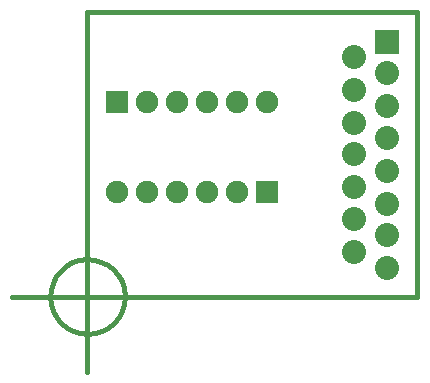
<source format=gbs>
G04 (created by PCBNEW-RS274X (2012-01-19 BZR 3256)-stable) date 07/08/2012 22:35:22*
G01*
G70*
G90*
%MOIN*%
G04 Gerber Fmt 3.4, Leading zero omitted, Abs format*
%FSLAX34Y34*%
G04 APERTURE LIST*
%ADD10C,0.006000*%
%ADD11C,0.015000*%
%ADD12R,0.080000X0.080000*%
%ADD13C,0.080000*%
%ADD14R,0.075000X0.075000*%
%ADD15C,0.075000*%
G04 APERTURE END LIST*
G54D10*
G54D11*
X31250Y-24500D02*
X31226Y-24742D01*
X31155Y-24976D01*
X31041Y-25191D01*
X30886Y-25380D01*
X30698Y-25536D01*
X30484Y-25652D01*
X30251Y-25724D01*
X30008Y-25749D01*
X29766Y-25727D01*
X29532Y-25658D01*
X29316Y-25545D01*
X29126Y-25393D01*
X28969Y-25206D01*
X28852Y-24992D01*
X28778Y-24759D01*
X28751Y-24517D01*
X28771Y-24275D01*
X28838Y-24040D01*
X28950Y-23823D01*
X29101Y-23632D01*
X29287Y-23474D01*
X29500Y-23355D01*
X29732Y-23280D01*
X29974Y-23251D01*
X30217Y-23269D01*
X30452Y-23335D01*
X30669Y-23445D01*
X30862Y-23595D01*
X31021Y-23780D01*
X31141Y-23992D01*
X31218Y-24224D01*
X31249Y-24466D01*
X31250Y-24500D01*
X27500Y-24500D02*
X32500Y-24500D01*
X30000Y-22000D02*
X30000Y-27000D01*
X30000Y-15000D02*
X40000Y-15000D01*
X40000Y-15000D02*
X41000Y-15000D01*
X41000Y-15000D02*
X41000Y-24500D01*
X41000Y-24500D02*
X40000Y-24500D01*
X30000Y-24500D02*
X30000Y-15000D01*
X40000Y-24500D02*
X30000Y-24500D01*
G54D12*
X40000Y-16000D03*
G54D13*
X40000Y-17050D03*
X40000Y-18150D03*
X40000Y-19200D03*
X40000Y-20300D03*
X40000Y-21400D03*
X40000Y-22450D03*
X40000Y-23550D03*
X38900Y-16500D03*
X38900Y-17600D03*
X38900Y-18700D03*
X38900Y-19750D03*
X38900Y-20850D03*
X38900Y-21900D03*
X38900Y-23000D03*
G54D14*
X36000Y-21000D03*
G54D15*
X35000Y-21000D03*
X34000Y-21000D03*
X33000Y-21000D03*
X32000Y-21000D03*
X31000Y-21000D03*
G54D14*
X31000Y-18000D03*
G54D15*
X32000Y-18000D03*
X33000Y-18000D03*
X34000Y-18000D03*
X35000Y-18000D03*
X36000Y-18000D03*
M02*

</source>
